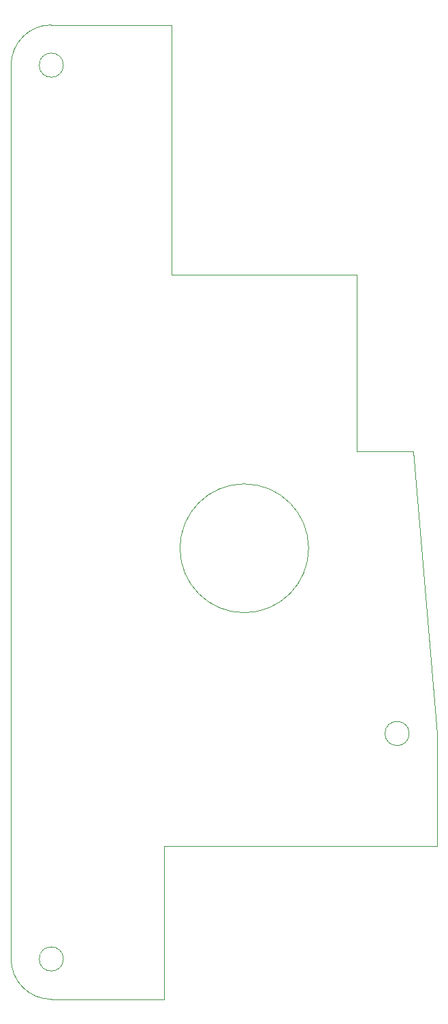
<source format=gbr>
%TF.GenerationSoftware,KiCad,Pcbnew,(6.0.10)*%
%TF.CreationDate,2023-01-17T00:52:56+01:00*%
%TF.ProjectId,SC_Mining_Controller_MkI,53435f4d-696e-4696-9e67-5f436f6e7472,1*%
%TF.SameCoordinates,Original*%
%TF.FileFunction,Profile,NP*%
%FSLAX46Y46*%
G04 Gerber Fmt 4.6, Leading zero omitted, Abs format (unit mm)*
G04 Created by KiCad (PCBNEW (6.0.10)) date 2023-01-17 00:52:56*
%MOMM*%
%LPD*%
G01*
G04 APERTURE LIST*
%TA.AperFunction,Profile*%
%ADD10C,0.100000*%
%TD*%
G04 APERTURE END LIST*
D10*
X35000000Y-151000000D02*
G75*
G03*
X40000000Y-156000000I5000000J0D01*
G01*
X54000000Y-137000000D02*
X88000000Y-137000000D01*
X55000000Y-35000000D02*
X55000000Y-66000000D01*
X72000000Y-100000000D02*
G75*
G03*
X72000000Y-100000000I-8000000J0D01*
G01*
X78000000Y-66000000D02*
X78000000Y-88000000D01*
X88000000Y-137000000D02*
X88000000Y-123000000D01*
X78000000Y-88000000D02*
X85000000Y-88000000D01*
X84500000Y-123000000D02*
G75*
G03*
X84500000Y-123000000I-1500000J0D01*
G01*
X41500000Y-151000000D02*
G75*
G03*
X41500000Y-151000000I-1500000J0D01*
G01*
X41500000Y-40000000D02*
G75*
G03*
X41500000Y-40000000I-1500000J0D01*
G01*
X40000000Y-35000000D02*
G75*
G03*
X35000000Y-40000000I0J-5000000D01*
G01*
X35000000Y-40000000D02*
X35000000Y-151000000D01*
X40000000Y-156000000D02*
X54000000Y-156000000D01*
X54000000Y-156000000D02*
X54000000Y-137000000D01*
X85000000Y-88000000D02*
X88000000Y-123000000D01*
X40000000Y-35000000D02*
X55000000Y-35000000D01*
X55000000Y-66000000D02*
X78000000Y-66000000D01*
M02*

</source>
